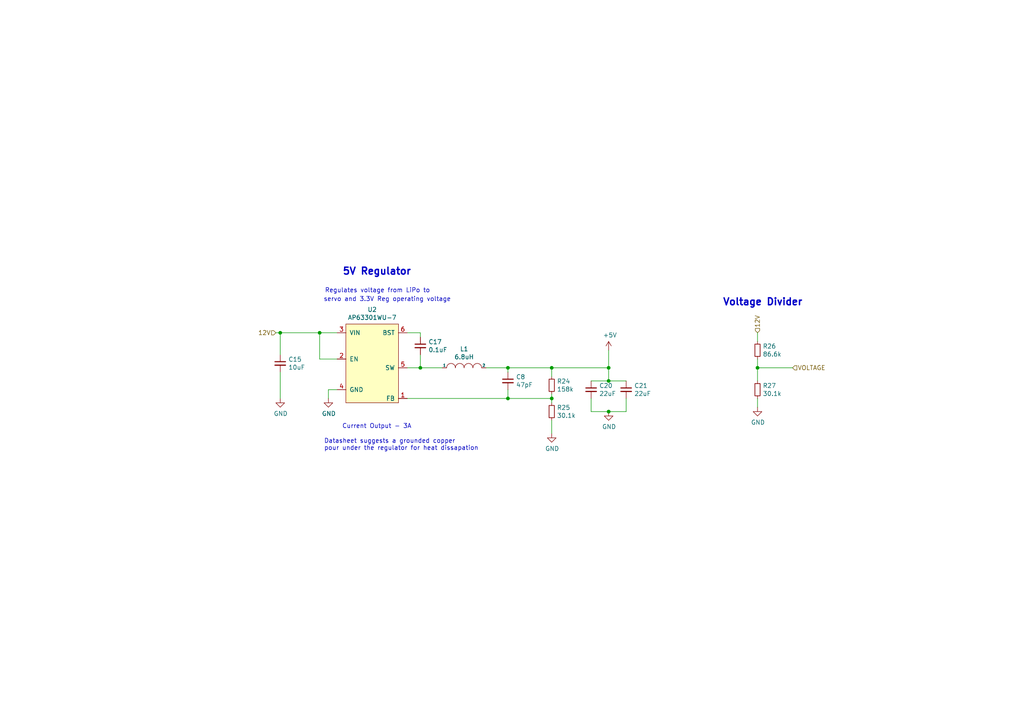
<source format=kicad_sch>
(kicad_sch (version 20230121) (generator eeschema)

  (uuid f6a5c856-f2b5-40eb-a958-b666a0d408a0)

  (paper "A4")

  (title_block
    (title "5V and 3.3V Regulator")
    (date "2021-10-11")
    (rev "1")
    (comment 4 "Stepdown Regulators")
  )

  (lib_symbols
    (symbol "AP63301WU-7:AP63301WU-7" (pin_names (offset 1.016)) (in_bom yes) (on_board yes)
      (property "Reference" "U" (at 0 11.43 0)
        (effects (font (size 1.27 1.27)))
      )
      (property "Value" "AP63301WU-7_AP63301WU-7" (at 0 13.97 0)
        (effects (font (size 1.27 1.27)))
      )
      (property "Footprint" "" (at 0 11.43 0)
        (effects (font (size 1.27 1.27)) hide)
      )
      (property "Datasheet" "" (at 0 11.43 0)
        (effects (font (size 1.27 1.27)) hide)
      )
      (symbol "AP63301WU-7_0_1"
        (rectangle (start -7.62 10.16) (end 7.62 -12.7)
          (stroke (width 0) (type default))
          (fill (type background))
        )
      )
      (symbol "AP63301WU-7_1_1"
        (pin power_in line (at 10.16 -11.43 180) (length 2.54)
          (name "FB" (effects (font (size 1.27 1.27))))
          (number "1" (effects (font (size 1.27 1.27))))
        )
        (pin power_in line (at -10.16 0 0) (length 2.54)
          (name "EN" (effects (font (size 1.27 1.27))))
          (number "2" (effects (font (size 1.27 1.27))))
        )
        (pin power_in line (at -10.16 7.62 0) (length 2.54)
          (name "VIN" (effects (font (size 1.27 1.27))))
          (number "3" (effects (font (size 1.27 1.27))))
        )
        (pin power_in line (at -10.16 -8.89 0) (length 2.54)
          (name "GND" (effects (font (size 1.27 1.27))))
          (number "4" (effects (font (size 1.27 1.27))))
        )
        (pin power_out line (at 10.16 -2.54 180) (length 2.54)
          (name "SW" (effects (font (size 1.27 1.27))))
          (number "5" (effects (font (size 1.27 1.27))))
        )
        (pin power_in line (at 10.16 7.62 180) (length 2.54)
          (name "BST" (effects (font (size 1.27 1.27))))
          (number "6" (effects (font (size 1.27 1.27))))
        )
      )
    )
    (symbol "Device:C_Small" (pin_numbers hide) (pin_names (offset 0.254) hide) (in_bom yes) (on_board yes)
      (property "Reference" "C" (at 0.254 1.778 0)
        (effects (font (size 1.27 1.27)) (justify left))
      )
      (property "Value" "C_Small" (at 0.254 -2.032 0)
        (effects (font (size 1.27 1.27)) (justify left))
      )
      (property "Footprint" "" (at 0 0 0)
        (effects (font (size 1.27 1.27)) hide)
      )
      (property "Datasheet" "~" (at 0 0 0)
        (effects (font (size 1.27 1.27)) hide)
      )
      (property "ki_keywords" "capacitor cap" (at 0 0 0)
        (effects (font (size 1.27 1.27)) hide)
      )
      (property "ki_description" "Unpolarized capacitor, small symbol" (at 0 0 0)
        (effects (font (size 1.27 1.27)) hide)
      )
      (property "ki_fp_filters" "C_*" (at 0 0 0)
        (effects (font (size 1.27 1.27)) hide)
      )
      (symbol "C_Small_0_1"
        (polyline
          (pts
            (xy -1.524 -0.508)
            (xy 1.524 -0.508)
          )
          (stroke (width 0.3302) (type default))
          (fill (type none))
        )
        (polyline
          (pts
            (xy -1.524 0.508)
            (xy 1.524 0.508)
          )
          (stroke (width 0.3048) (type default))
          (fill (type none))
        )
      )
      (symbol "C_Small_1_1"
        (pin passive line (at 0 2.54 270) (length 2.032)
          (name "~" (effects (font (size 1.27 1.27))))
          (number "1" (effects (font (size 1.27 1.27))))
        )
        (pin passive line (at 0 -2.54 90) (length 2.032)
          (name "~" (effects (font (size 1.27 1.27))))
          (number "2" (effects (font (size 1.27 1.27))))
        )
      )
    )
    (symbol "Device:R_Small" (pin_numbers hide) (pin_names (offset 0.254) hide) (in_bom yes) (on_board yes)
      (property "Reference" "R" (at 0.762 0.508 0)
        (effects (font (size 1.27 1.27)) (justify left))
      )
      (property "Value" "R_Small" (at 0.762 -1.016 0)
        (effects (font (size 1.27 1.27)) (justify left))
      )
      (property "Footprint" "" (at 0 0 0)
        (effects (font (size 1.27 1.27)) hide)
      )
      (property "Datasheet" "~" (at 0 0 0)
        (effects (font (size 1.27 1.27)) hide)
      )
      (property "ki_keywords" "R resistor" (at 0 0 0)
        (effects (font (size 1.27 1.27)) hide)
      )
      (property "ki_description" "Resistor, small symbol" (at 0 0 0)
        (effects (font (size 1.27 1.27)) hide)
      )
      (property "ki_fp_filters" "R_*" (at 0 0 0)
        (effects (font (size 1.27 1.27)) hide)
      )
      (symbol "R_Small_0_1"
        (rectangle (start -0.762 1.778) (end 0.762 -1.778)
          (stroke (width 0.2032) (type default))
          (fill (type none))
        )
      )
      (symbol "R_Small_1_1"
        (pin passive line (at 0 2.54 270) (length 0.762)
          (name "~" (effects (font (size 1.27 1.27))))
          (number "1" (effects (font (size 1.27 1.27))))
        )
        (pin passive line (at 0 -2.54 90) (length 0.762)
          (name "~" (effects (font (size 1.27 1.27))))
          (number "2" (effects (font (size 1.27 1.27))))
        )
      )
    )
    (symbol "power:+5V" (power) (pin_names (offset 0)) (in_bom yes) (on_board yes)
      (property "Reference" "#PWR" (at 0 -3.81 0)
        (effects (font (size 1.27 1.27)) hide)
      )
      (property "Value" "+5V" (at 0 3.556 0)
        (effects (font (size 1.27 1.27)))
      )
      (property "Footprint" "" (at 0 0 0)
        (effects (font (size 1.27 1.27)) hide)
      )
      (property "Datasheet" "" (at 0 0 0)
        (effects (font (size 1.27 1.27)) hide)
      )
      (property "ki_keywords" "power-flag" (at 0 0 0)
        (effects (font (size 1.27 1.27)) hide)
      )
      (property "ki_description" "Power symbol creates a global label with name \"+5V\"" (at 0 0 0)
        (effects (font (size 1.27 1.27)) hide)
      )
      (symbol "+5V_0_1"
        (polyline
          (pts
            (xy -0.762 1.27)
            (xy 0 2.54)
          )
          (stroke (width 0) (type default))
          (fill (type none))
        )
        (polyline
          (pts
            (xy 0 0)
            (xy 0 2.54)
          )
          (stroke (width 0) (type default))
          (fill (type none))
        )
        (polyline
          (pts
            (xy 0 2.54)
            (xy 0.762 1.27)
          )
          (stroke (width 0) (type default))
          (fill (type none))
        )
      )
      (symbol "+5V_1_1"
        (pin power_in line (at 0 0 90) (length 0) hide
          (name "+5V" (effects (font (size 1.27 1.27))))
          (number "1" (effects (font (size 1.27 1.27))))
        )
      )
    )
    (symbol "power:GND" (power) (pin_names (offset 0)) (in_bom yes) (on_board yes)
      (property "Reference" "#PWR" (at 0 -6.35 0)
        (effects (font (size 1.27 1.27)) hide)
      )
      (property "Value" "GND" (at 0 -3.81 0)
        (effects (font (size 1.27 1.27)))
      )
      (property "Footprint" "" (at 0 0 0)
        (effects (font (size 1.27 1.27)) hide)
      )
      (property "Datasheet" "" (at 0 0 0)
        (effects (font (size 1.27 1.27)) hide)
      )
      (property "ki_keywords" "power-flag" (at 0 0 0)
        (effects (font (size 1.27 1.27)) hide)
      )
      (property "ki_description" "Power symbol creates a global label with name \"GND\" , ground" (at 0 0 0)
        (effects (font (size 1.27 1.27)) hide)
      )
      (symbol "GND_0_1"
        (polyline
          (pts
            (xy 0 0)
            (xy 0 -1.27)
            (xy 1.27 -1.27)
            (xy 0 -2.54)
            (xy -1.27 -1.27)
            (xy 0 -1.27)
          )
          (stroke (width 0) (type default))
          (fill (type none))
        )
      )
      (symbol "GND_1_1"
        (pin power_in line (at 0 0 270) (length 0) hide
          (name "GND" (effects (font (size 1.27 1.27))))
          (number "1" (effects (font (size 1.27 1.27))))
        )
      )
    )
    (symbol "pspice:INDUCTOR" (pin_numbers hide) (pin_names (offset 0)) (in_bom yes) (on_board yes)
      (property "Reference" "L" (at 0 2.54 0)
        (effects (font (size 1.27 1.27)))
      )
      (property "Value" "INDUCTOR" (at 0 -1.27 0)
        (effects (font (size 1.27 1.27)))
      )
      (property "Footprint" "" (at 0 0 0)
        (effects (font (size 1.27 1.27)) hide)
      )
      (property "Datasheet" "~" (at 0 0 0)
        (effects (font (size 1.27 1.27)) hide)
      )
      (property "ki_keywords" "simulation" (at 0 0 0)
        (effects (font (size 1.27 1.27)) hide)
      )
      (property "ki_description" "Inductor symbol for simulation only" (at 0 0 0)
        (effects (font (size 1.27 1.27)) hide)
      )
      (symbol "INDUCTOR_0_1"
        (arc (start -2.54 0) (mid -3.81 1.2645) (end -5.08 0)
          (stroke (width 0) (type default))
          (fill (type none))
        )
        (arc (start 0 0) (mid -1.27 1.2645) (end -2.54 0)
          (stroke (width 0) (type default))
          (fill (type none))
        )
        (arc (start 2.54 0) (mid 1.27 1.2645) (end 0 0)
          (stroke (width 0) (type default))
          (fill (type none))
        )
        (arc (start 5.08 0) (mid 3.81 1.2645) (end 2.54 0)
          (stroke (width 0) (type default))
          (fill (type none))
        )
      )
      (symbol "INDUCTOR_1_1"
        (pin input line (at -6.35 0 0) (length 1.27)
          (name "1" (effects (font (size 0.762 0.762))))
          (number "1" (effects (font (size 0.762 0.762))))
        )
        (pin input line (at 6.35 0 180) (length 1.27)
          (name "2" (effects (font (size 0.762 0.762))))
          (number "2" (effects (font (size 0.762 0.762))))
        )
      )
    )
  )

  (junction (at 147.32 106.68) (diameter 0) (color 0 0 0 0)
    (uuid 0b110cbc-e477-4bdc-9c81-26a3d588d354)
  )
  (junction (at 81.28 96.52) (diameter 0) (color 0 0 0 0)
    (uuid 3fa05934-8ad1-40a9-af5c-98ad298eb412)
  )
  (junction (at 176.53 106.68) (diameter 0) (color 0 0 0 0)
    (uuid 44b926bf-8bdd-4191-846d-2dfabab2cecb)
  )
  (junction (at 176.53 119.38) (diameter 0) (color 0 0 0 0)
    (uuid 58cc7831-f944-4d33-8c61-2fd5bebc61e0)
  )
  (junction (at 160.02 106.68) (diameter 0) (color 0 0 0 0)
    (uuid 645bdbdc-8f65-42ef-a021-2d3e7d74a739)
  )
  (junction (at 160.02 115.57) (diameter 0) (color 0 0 0 0)
    (uuid 74855e0d-40e4-4940-a544-edae9207b2ea)
  )
  (junction (at 219.71 106.68) (diameter 0) (color 0 0 0 0)
    (uuid 7f064424-06a6-4f5b-87d6-1970ae527766)
  )
  (junction (at 121.92 106.68) (diameter 0) (color 0 0 0 0)
    (uuid 8e697b96-cf4c-43ef-b321-8c2422b088bf)
  )
  (junction (at 147.32 115.57) (diameter 0) (color 0 0 0 0)
    (uuid aae6bc05-6036-4fc6-8be7-c70daf5c8932)
  )
  (junction (at 92.71 96.52) (diameter 0) (color 0 0 0 0)
    (uuid c20aea50-e9e4-4978-b938-d613d445aab7)
  )
  (junction (at 176.53 110.49) (diameter 0) (color 0 0 0 0)
    (uuid f6a3288e-9575-42bb-af05-a920d59aded8)
  )

  (wire (pts (xy 147.32 106.68) (xy 160.02 106.68))
    (stroke (width 0) (type default))
    (uuid 044de712-d3da-40ed-9c9f-d91ef285c74c)
  )
  (wire (pts (xy 95.25 113.03) (xy 95.25 115.57))
    (stroke (width 0) (type default))
    (uuid 09bbea88-8bd7-48ec-baae-1b4a9a11a40e)
  )
  (wire (pts (xy 121.92 106.68) (xy 128.27 106.68))
    (stroke (width 0) (type default))
    (uuid 165f4d8d-26a9-4cf2-a8d6-9936cd983be4)
  )
  (wire (pts (xy 121.92 102.87) (xy 121.92 106.68))
    (stroke (width 0) (type default))
    (uuid 178ae27e-edb9-4ffb-bd13-c0a6dd659606)
  )
  (wire (pts (xy 147.32 115.57) (xy 160.02 115.57))
    (stroke (width 0) (type default))
    (uuid 234e1024-0b7f-410c-90bb-bae43af1eb25)
  )
  (wire (pts (xy 121.92 96.52) (xy 121.92 97.79))
    (stroke (width 0) (type default))
    (uuid 2ee28fa9-d785-45a1-9a1b-1be02ad8cd0b)
  )
  (wire (pts (xy 219.71 106.68) (xy 219.71 110.49))
    (stroke (width 0) (type default))
    (uuid 3e87b259-dfc1-4885-8dcf-7e7ae39674ed)
  )
  (wire (pts (xy 92.71 104.14) (xy 92.71 96.52))
    (stroke (width 0) (type default))
    (uuid 49488c82-6277-4d05-a051-6a9df142c373)
  )
  (wire (pts (xy 97.79 113.03) (xy 95.25 113.03))
    (stroke (width 0) (type default))
    (uuid 56d2bc5d-fd72-4542-ab0f-053a5fd60efa)
  )
  (wire (pts (xy 176.53 101.6) (xy 176.53 106.68))
    (stroke (width 0) (type default))
    (uuid 58126faf-01a4-4f91-8e8c-ca9e47b48048)
  )
  (wire (pts (xy 176.53 106.68) (xy 176.53 110.49))
    (stroke (width 0) (type default))
    (uuid 59f60168-cced-43c9-aaa5-41a1a8a2f631)
  )
  (wire (pts (xy 81.28 96.52) (xy 92.71 96.52))
    (stroke (width 0) (type default))
    (uuid 5eb16f0d-ef1e-4549-97a1-19cd06ad7236)
  )
  (wire (pts (xy 147.32 107.95) (xy 147.32 106.68))
    (stroke (width 0) (type default))
    (uuid 6762c669-2824-49a2-8bd4-3f19091dd75a)
  )
  (wire (pts (xy 171.45 119.38) (xy 176.53 119.38))
    (stroke (width 0) (type default))
    (uuid 6ae963fb-e34f-4e11-9adf-78839a5b2ef1)
  )
  (wire (pts (xy 147.32 113.03) (xy 147.32 115.57))
    (stroke (width 0) (type default))
    (uuid 83e349fb-6338-43f9-ad3f-2e7f4b8bb4a9)
  )
  (wire (pts (xy 171.45 115.57) (xy 171.45 119.38))
    (stroke (width 0) (type default))
    (uuid 87ba184f-bff5-4989-8217-6af375cc3dd8)
  )
  (wire (pts (xy 219.71 118.11) (xy 219.71 115.57))
    (stroke (width 0) (type default))
    (uuid 8b3ba7fc-20b6-43c4-a020-80151e1caecc)
  )
  (wire (pts (xy 160.02 114.3) (xy 160.02 115.57))
    (stroke (width 0) (type default))
    (uuid 92a23ed4-a5ea-4cea-bc33-0a83191a0d32)
  )
  (wire (pts (xy 81.28 107.95) (xy 81.28 115.57))
    (stroke (width 0) (type default))
    (uuid 9cacb6ad-6bbf-4ffe-b0a4-2df24045e046)
  )
  (wire (pts (xy 171.45 110.49) (xy 176.53 110.49))
    (stroke (width 0) (type default))
    (uuid 9de304ba-fba7-4896-b969-9d87a3522d74)
  )
  (wire (pts (xy 118.11 115.57) (xy 147.32 115.57))
    (stroke (width 0) (type default))
    (uuid 9e2492fd-e074-42db-8129-fe39460dc1e0)
  )
  (wire (pts (xy 160.02 121.92) (xy 160.02 125.73))
    (stroke (width 0) (type default))
    (uuid 9fdca5c2-1fbd-4774-a9c3-8795a40c206d)
  )
  (wire (pts (xy 118.11 106.68) (xy 121.92 106.68))
    (stroke (width 0) (type default))
    (uuid a0d52767-051a-423c-a600-928281f27952)
  )
  (wire (pts (xy 219.71 106.68) (xy 229.87 106.68))
    (stroke (width 0) (type default))
    (uuid a2a0f5cc-b5aa-4e3e-8d85-23bdc2f59aec)
  )
  (wire (pts (xy 140.97 106.68) (xy 147.32 106.68))
    (stroke (width 0) (type default))
    (uuid a48f5fff-52e4-4ae8-8faa-7084c7ae8a28)
  )
  (wire (pts (xy 219.71 99.06) (xy 219.71 96.52))
    (stroke (width 0) (type default))
    (uuid ae8bb5ae-95ee-4e2d-8a0c-ae5b6149b4e3)
  )
  (wire (pts (xy 160.02 106.68) (xy 176.53 106.68))
    (stroke (width 0) (type default))
    (uuid b1ba92d5-0d41-4be9-b483-47d08dc1785d)
  )
  (wire (pts (xy 81.28 96.52) (xy 81.28 102.87))
    (stroke (width 0) (type default))
    (uuid b7b00984-6ab1-482e-b4b4-67cac44d44da)
  )
  (wire (pts (xy 97.79 104.14) (xy 92.71 104.14))
    (stroke (width 0) (type default))
    (uuid be5a7017-fe9d-43ea-9a6a-8fe8deb78420)
  )
  (wire (pts (xy 80.01 96.52) (xy 81.28 96.52))
    (stroke (width 0) (type default))
    (uuid c3a69550-c4fa-45d1-9aba-0bba47699cca)
  )
  (wire (pts (xy 181.61 115.57) (xy 181.61 119.38))
    (stroke (width 0) (type default))
    (uuid d45d1afe-78e6-4045-862c-b274469da903)
  )
  (wire (pts (xy 160.02 115.57) (xy 160.02 116.84))
    (stroke (width 0) (type default))
    (uuid d68dca9b-48b3-498b-9b5f-3b3838250f82)
  )
  (wire (pts (xy 92.71 96.52) (xy 97.79 96.52))
    (stroke (width 0) (type default))
    (uuid e0d7c1d9-102e-4758-a8b7-ff248f1ce315)
  )
  (wire (pts (xy 176.53 110.49) (xy 181.61 110.49))
    (stroke (width 0) (type default))
    (uuid ef94502b-f22d-4da7-a17f-4100090b03a1)
  )
  (wire (pts (xy 181.61 119.38) (xy 176.53 119.38))
    (stroke (width 0) (type default))
    (uuid f203116d-f256-4611-a03e-9536bbedaf2f)
  )
  (wire (pts (xy 160.02 109.22) (xy 160.02 106.68))
    (stroke (width 0) (type default))
    (uuid f503ea07-bcf1-4924-930a-6f7e9cd312f8)
  )
  (wire (pts (xy 219.71 104.14) (xy 219.71 106.68))
    (stroke (width 0) (type default))
    (uuid fb0b1440-18be-4b5f-b469-b4cfaf66fc53)
  )
  (wire (pts (xy 118.11 96.52) (xy 121.92 96.52))
    (stroke (width 0) (type default))
    (uuid fb0bf2a0-d317-42f7-b022-b5e05481f6be)
  )

  (text "Regulates voltage from LiPo to \n" (at 125.73 85.09 0)
    (effects (font (size 1.27 1.27)) (justify right bottom))
    (uuid 082aed28-f9e8-49e7-96ee-b5aa9f0319c7)
  )
  (text "5V Regulator" (at 119.38 80.01 0)
    (effects (font (size 2.0066 2.0066) (thickness 0.4013) bold) (justify right bottom))
    (uuid 10b20c6b-8045-46d1-a965-0d7dd9a1b5fa)
  )
  (text "Datasheet suggests a grounded copper \npour under the regulator for heat dissapation\n"
    (at 93.98 130.81 0)
    (effects (font (size 1.27 1.27)) (justify left bottom))
    (uuid 2028d85e-9e27-4758-8c0b-559fad072813)
  )
  (text "Voltage Divider" (at 209.55 88.9 0)
    (effects (font (size 2.0066 2.0066) (thickness 0.4013) bold) (justify left bottom))
    (uuid ba116096-3ccc-4cc8-a185-5325439e4e24)
  )
  (text "Current Output - 3A\n" (at 119.38 124.46 0)
    (effects (font (size 1.27 1.27)) (justify right bottom))
    (uuid f67bbef3-6f59-49ba-8890-d1f9dc9f9ad6)
  )
  (text "servo and 3.3V Reg operating voltage" (at 130.81 87.63 0)
    (effects (font (size 1.27 1.27)) (justify right bottom))
    (uuid fe6d9604-2924-4f38-950b-a31e8a281973)
  )

  (hierarchical_label "12V" (shape input) (at 80.01 96.52 180) (fields_autoplaced)
    (effects (font (size 1.27 1.27)) (justify right))
    (uuid 2b25e886-ded1-450a-ada1-ece4208052e4)
  )
  (hierarchical_label "VOLTAGE" (shape input) (at 229.87 106.68 0) (fields_autoplaced)
    (effects (font (size 1.27 1.27)) (justify left))
    (uuid b7c09c15-282b-4731-8942-008851172201)
  )
  (hierarchical_label "12V" (shape input) (at 219.71 96.52 90) (fields_autoplaced)
    (effects (font (size 1.27 1.27)) (justify left))
    (uuid dec284d9-246c-4619-8dcc-8f4886f9349e)
  )

  (symbol (lib_id "power:GND") (at 95.25 115.57 0) (unit 1)
    (in_bom yes) (on_board yes) (dnp no)
    (uuid 00000000-0000-0000-0000-000060f80b8f)
    (property "Reference" "#PWR061" (at 95.25 121.92 0)
      (effects (font (size 1.27 1.27)) hide)
    )
    (property "Value" "GND" (at 95.377 119.9642 0)
      (effects (font (size 1.27 1.27)))
    )
    (property "Footprint" "" (at 95.25 115.57 0)
      (effects (font (size 1.27 1.27)) hide)
    )
    (property "Datasheet" "" (at 95.25 115.57 0)
      (effects (font (size 1.27 1.27)) hide)
    )
    (pin "1" (uuid 26e06b53-e1e0-417d-9ad2-46495e545be2))
    (instances
      (project "Flight_Computer"
        (path "/ee41cb8e-512d-41d2-81e1-3c50fff32aeb/00000000-0000-0000-0000-000060f7bb6b"
          (reference "#PWR061") (unit 1)
        )
      )
    )
  )

  (symbol (lib_id "pspice:INDUCTOR") (at 134.62 106.68 0) (unit 1)
    (in_bom yes) (on_board yes) (dnp no)
    (uuid 00000000-0000-0000-0000-000060f81254)
    (property "Reference" "L1" (at 134.62 101.219 0)
      (effects (font (size 1.27 1.27)))
    )
    (property "Value" "6.8uH" (at 134.62 103.5304 0)
      (effects (font (size 1.27 1.27)))
    )
    (property "Footprint" "FC_Parts:SRP7028A-6R8M" (at 134.62 106.68 0)
      (effects (font (size 1.27 1.27)) hide)
    )
    (property "Datasheet" "~" (at 134.62 106.68 0)
      (effects (font (size 1.27 1.27)) hide)
    )
    (pin "1" (uuid 0b8a78ab-3e05-4b03-9d3f-65c3ad267afb))
    (pin "2" (uuid 90cbaa9a-3385-4bc6-b0bc-f0dcb34b580e))
    (instances
      (project "Flight_Computer"
        (path "/ee41cb8e-512d-41d2-81e1-3c50fff32aeb/00000000-0000-0000-0000-000060f7bb6b"
          (reference "L1") (unit 1)
        )
      )
    )
  )

  (symbol (lib_id "Device:C_Small") (at 121.92 100.33 0) (unit 1)
    (in_bom yes) (on_board yes) (dnp no)
    (uuid 00000000-0000-0000-0000-000060f81e60)
    (property "Reference" "C17" (at 124.2568 99.1616 0)
      (effects (font (size 1.27 1.27)) (justify left))
    )
    (property "Value" "0.1uF" (at 124.2568 101.473 0)
      (effects (font (size 1.27 1.27)) (justify left))
    )
    (property "Footprint" "Capacitor_SMD:C_0805_2012Metric" (at 121.92 100.33 0)
      (effects (font (size 1.27 1.27)) hide)
    )
    (property "Datasheet" "~" (at 121.92 100.33 0)
      (effects (font (size 1.27 1.27)) hide)
    )
    (pin "1" (uuid 566f4c9e-f4a5-4ad4-804f-ffe6757a4a7e))
    (pin "2" (uuid 974f6b12-30dc-4ff2-ab95-137e086cf5c5))
    (instances
      (project "Flight_Computer"
        (path "/ee41cb8e-512d-41d2-81e1-3c50fff32aeb/00000000-0000-0000-0000-000060f7bb6b"
          (reference "C17") (unit 1)
        )
      )
    )
  )

  (symbol (lib_id "Device:C_Small") (at 81.28 105.41 0) (unit 1)
    (in_bom yes) (on_board yes) (dnp no)
    (uuid 00000000-0000-0000-0000-000060f84000)
    (property "Reference" "C15" (at 83.6168 104.2416 0)
      (effects (font (size 1.27 1.27)) (justify left))
    )
    (property "Value" "10uF" (at 83.6168 106.553 0)
      (effects (font (size 1.27 1.27)) (justify left))
    )
    (property "Footprint" "Capacitor_SMD:C_0805_2012Metric" (at 81.28 105.41 0)
      (effects (font (size 1.27 1.27)) hide)
    )
    (property "Datasheet" "~" (at 81.28 105.41 0)
      (effects (font (size 1.27 1.27)) hide)
    )
    (pin "1" (uuid c934f455-b209-4e20-9b74-d58fbea7cb80))
    (pin "2" (uuid a3e4e30c-206c-441f-ab18-6136621c1881))
    (instances
      (project "Flight_Computer"
        (path "/ee41cb8e-512d-41d2-81e1-3c50fff32aeb/00000000-0000-0000-0000-000060f7bb6b"
          (reference "C15") (unit 1)
        )
      )
    )
  )

  (symbol (lib_id "power:GND") (at 81.28 115.57 0) (unit 1)
    (in_bom yes) (on_board yes) (dnp no)
    (uuid 00000000-0000-0000-0000-000060f8490b)
    (property "Reference" "#PWR058" (at 81.28 121.92 0)
      (effects (font (size 1.27 1.27)) hide)
    )
    (property "Value" "GND" (at 81.407 119.9642 0)
      (effects (font (size 1.27 1.27)))
    )
    (property "Footprint" "" (at 81.28 115.57 0)
      (effects (font (size 1.27 1.27)) hide)
    )
    (property "Datasheet" "" (at 81.28 115.57 0)
      (effects (font (size 1.27 1.27)) hide)
    )
    (pin "1" (uuid 8d1fa4de-2b6f-41c8-b466-7a5dba8c5a02))
    (instances
      (project "Flight_Computer"
        (path "/ee41cb8e-512d-41d2-81e1-3c50fff32aeb/00000000-0000-0000-0000-000060f7bb6b"
          (reference "#PWR058") (unit 1)
        )
      )
    )
  )

  (symbol (lib_id "Device:R_Small") (at 160.02 111.76 0) (unit 1)
    (in_bom yes) (on_board yes) (dnp no)
    (uuid 00000000-0000-0000-0000-000060f85cb3)
    (property "Reference" "R24" (at 161.5186 110.5916 0)
      (effects (font (size 1.27 1.27)) (justify left))
    )
    (property "Value" "158k" (at 161.5186 112.903 0)
      (effects (font (size 1.27 1.27)) (justify left))
    )
    (property "Footprint" "Resistor_SMD:R_0805_2012Metric" (at 160.02 111.76 0)
      (effects (font (size 1.27 1.27)) hide)
    )
    (property "Datasheet" "~" (at 160.02 111.76 0)
      (effects (font (size 1.27 1.27)) hide)
    )
    (pin "1" (uuid 87850935-a228-4104-bc0d-3e759f10b37d))
    (pin "2" (uuid 8aff782b-3be5-4c78-a9fd-2ede0c2720d7))
    (instances
      (project "Flight_Computer"
        (path "/ee41cb8e-512d-41d2-81e1-3c50fff32aeb/00000000-0000-0000-0000-000060f7bb6b"
          (reference "R24") (unit 1)
        )
      )
    )
  )

  (symbol (lib_id "Device:R_Small") (at 160.02 119.38 0) (unit 1)
    (in_bom yes) (on_board yes) (dnp no)
    (uuid 00000000-0000-0000-0000-000060f863e4)
    (property "Reference" "R25" (at 161.5186 118.2116 0)
      (effects (font (size 1.27 1.27)) (justify left))
    )
    (property "Value" "30.1k" (at 161.5186 120.523 0)
      (effects (font (size 1.27 1.27)) (justify left))
    )
    (property "Footprint" "Resistor_SMD:R_0805_2012Metric" (at 160.02 119.38 0)
      (effects (font (size 1.27 1.27)) hide)
    )
    (property "Datasheet" "~" (at 160.02 119.38 0)
      (effects (font (size 1.27 1.27)) hide)
    )
    (pin "1" (uuid a1b5d1e1-d2c9-4518-a7b9-f8cd2335caac))
    (pin "2" (uuid 90883fea-fa58-4c9a-97ea-cb96f9d4dcf7))
    (instances
      (project "Flight_Computer"
        (path "/ee41cb8e-512d-41d2-81e1-3c50fff32aeb/00000000-0000-0000-0000-000060f7bb6b"
          (reference "R25") (unit 1)
        )
      )
    )
  )

  (symbol (lib_id "power:GND") (at 160.02 125.73 0) (unit 1)
    (in_bom yes) (on_board yes) (dnp no)
    (uuid 00000000-0000-0000-0000-000060f8a30e)
    (property "Reference" "#PWR064" (at 160.02 132.08 0)
      (effects (font (size 1.27 1.27)) hide)
    )
    (property "Value" "GND" (at 160.147 130.1242 0)
      (effects (font (size 1.27 1.27)))
    )
    (property "Footprint" "" (at 160.02 125.73 0)
      (effects (font (size 1.27 1.27)) hide)
    )
    (property "Datasheet" "" (at 160.02 125.73 0)
      (effects (font (size 1.27 1.27)) hide)
    )
    (pin "1" (uuid 0f250504-dccb-4f42-ae7d-6a82b0ad8836))
    (instances
      (project "Flight_Computer"
        (path "/ee41cb8e-512d-41d2-81e1-3c50fff32aeb/00000000-0000-0000-0000-000060f7bb6b"
          (reference "#PWR064") (unit 1)
        )
      )
    )
  )

  (symbol (lib_id "Device:C_Small") (at 171.45 113.03 0) (unit 1)
    (in_bom yes) (on_board yes) (dnp no)
    (uuid 00000000-0000-0000-0000-000060f8ac99)
    (property "Reference" "C20" (at 173.7868 111.8616 0)
      (effects (font (size 1.27 1.27)) (justify left))
    )
    (property "Value" "22uF" (at 173.7868 114.173 0)
      (effects (font (size 1.27 1.27)) (justify left))
    )
    (property "Footprint" "Capacitor_SMD:C_1206_3216Metric" (at 171.45 113.03 0)
      (effects (font (size 1.27 1.27)) hide)
    )
    (property "Datasheet" "~" (at 171.45 113.03 0)
      (effects (font (size 1.27 1.27)) hide)
    )
    (pin "1" (uuid 67cf024a-7b43-42bf-91d2-e89f93f0a6ec))
    (pin "2" (uuid 1c05bd26-ff0c-47de-8990-68f22c08c1b0))
    (instances
      (project "Flight_Computer"
        (path "/ee41cb8e-512d-41d2-81e1-3c50fff32aeb/00000000-0000-0000-0000-000060f7bb6b"
          (reference "C20") (unit 1)
        )
      )
    )
  )

  (symbol (lib_id "Device:C_Small") (at 181.61 113.03 0) (unit 1)
    (in_bom yes) (on_board yes) (dnp no)
    (uuid 00000000-0000-0000-0000-000060f8b0e2)
    (property "Reference" "C21" (at 183.9468 111.8616 0)
      (effects (font (size 1.27 1.27)) (justify left))
    )
    (property "Value" "22uF" (at 183.9468 114.173 0)
      (effects (font (size 1.27 1.27)) (justify left))
    )
    (property "Footprint" "Capacitor_SMD:C_1206_3216Metric" (at 181.61 113.03 0)
      (effects (font (size 1.27 1.27)) hide)
    )
    (property "Datasheet" "~" (at 181.61 113.03 0)
      (effects (font (size 1.27 1.27)) hide)
    )
    (pin "1" (uuid ff57a491-485b-4862-8bf1-76dfe201cc07))
    (pin "2" (uuid f32fa9b2-cb54-4e78-b698-09d2f8ad041d))
    (instances
      (project "Flight_Computer"
        (path "/ee41cb8e-512d-41d2-81e1-3c50fff32aeb/00000000-0000-0000-0000-000060f7bb6b"
          (reference "C21") (unit 1)
        )
      )
    )
  )

  (symbol (lib_id "power:GND") (at 176.53 119.38 0) (unit 1)
    (in_bom yes) (on_board yes) (dnp no)
    (uuid 00000000-0000-0000-0000-000060f8ed18)
    (property "Reference" "#PWR066" (at 176.53 125.73 0)
      (effects (font (size 1.27 1.27)) hide)
    )
    (property "Value" "GND" (at 176.657 123.7742 0)
      (effects (font (size 1.27 1.27)))
    )
    (property "Footprint" "" (at 176.53 119.38 0)
      (effects (font (size 1.27 1.27)) hide)
    )
    (property "Datasheet" "" (at 176.53 119.38 0)
      (effects (font (size 1.27 1.27)) hide)
    )
    (pin "1" (uuid 3c13f948-c4d9-475e-a170-280cc600b647))
    (instances
      (project "Flight_Computer"
        (path "/ee41cb8e-512d-41d2-81e1-3c50fff32aeb/00000000-0000-0000-0000-000060f7bb6b"
          (reference "#PWR066") (unit 1)
        )
      )
    )
  )

  (symbol (lib_id "Device:R_Small") (at 219.71 101.6 0) (unit 1)
    (in_bom yes) (on_board yes) (dnp no)
    (uuid 00000000-0000-0000-0000-000060fbd57d)
    (property "Reference" "R26" (at 221.2086 100.4316 0)
      (effects (font (size 1.27 1.27)) (justify left))
    )
    (property "Value" "86.6k" (at 221.2086 102.743 0)
      (effects (font (size 1.27 1.27)) (justify left))
    )
    (property "Footprint" "Resistor_SMD:R_0805_2012Metric" (at 219.71 101.6 0)
      (effects (font (size 1.27 1.27)) hide)
    )
    (property "Datasheet" "~" (at 219.71 101.6 0)
      (effects (font (size 1.27 1.27)) hide)
    )
    (pin "1" (uuid 46319311-612b-4896-bb4e-ab08803d57b5))
    (pin "2" (uuid 6f1f8608-d16c-47e7-b711-9a9823962396))
    (instances
      (project "Flight_Computer"
        (path "/ee41cb8e-512d-41d2-81e1-3c50fff32aeb/00000000-0000-0000-0000-000060f7bb6b"
          (reference "R26") (unit 1)
        )
      )
    )
  )

  (symbol (lib_id "Device:R_Small") (at 219.71 113.03 0) (unit 1)
    (in_bom yes) (on_board yes) (dnp no)
    (uuid 00000000-0000-0000-0000-000060fbd953)
    (property "Reference" "R27" (at 221.2086 111.8616 0)
      (effects (font (size 1.27 1.27)) (justify left))
    )
    (property "Value" "30.1k" (at 221.2086 114.173 0)
      (effects (font (size 1.27 1.27)) (justify left))
    )
    (property "Footprint" "Resistor_SMD:R_0805_2012Metric" (at 219.71 113.03 0)
      (effects (font (size 1.27 1.27)) hide)
    )
    (property "Datasheet" "~" (at 219.71 113.03 0)
      (effects (font (size 1.27 1.27)) hide)
    )
    (pin "1" (uuid b0cd315c-c78d-44dc-b672-a18dfb5cc2d0))
    (pin "2" (uuid 2c7f6913-63cb-4090-9bcb-2d3e3a396216))
    (instances
      (project "Flight_Computer"
        (path "/ee41cb8e-512d-41d2-81e1-3c50fff32aeb/00000000-0000-0000-0000-000060f7bb6b"
          (reference "R27") (unit 1)
        )
      )
    )
  )

  (symbol (lib_id "power:GND") (at 219.71 118.11 0) (unit 1)
    (in_bom yes) (on_board yes) (dnp no)
    (uuid 00000000-0000-0000-0000-000060fbe2a4)
    (property "Reference" "#PWR067" (at 219.71 124.46 0)
      (effects (font (size 1.27 1.27)) hide)
    )
    (property "Value" "GND" (at 219.837 122.5042 0)
      (effects (font (size 1.27 1.27)))
    )
    (property "Footprint" "" (at 219.71 118.11 0)
      (effects (font (size 1.27 1.27)) hide)
    )
    (property "Datasheet" "" (at 219.71 118.11 0)
      (effects (font (size 1.27 1.27)) hide)
    )
    (pin "1" (uuid 44192ca1-7822-46ce-a636-2ed73024248b))
    (instances
      (project "Flight_Computer"
        (path "/ee41cb8e-512d-41d2-81e1-3c50fff32aeb/00000000-0000-0000-0000-000060f7bb6b"
          (reference "#PWR067") (unit 1)
        )
      )
    )
  )

  (symbol (lib_id "power:+5V") (at 176.53 101.6 0) (unit 1)
    (in_bom yes) (on_board yes) (dnp no)
    (uuid 00000000-0000-0000-0000-00006121f7dc)
    (property "Reference" "#PWR021" (at 176.53 105.41 0)
      (effects (font (size 1.27 1.27)) hide)
    )
    (property "Value" "+5V" (at 176.911 97.2058 0)
      (effects (font (size 1.27 1.27)))
    )
    (property "Footprint" "" (at 176.53 101.6 0)
      (effects (font (size 1.27 1.27)) hide)
    )
    (property "Datasheet" "" (at 176.53 101.6 0)
      (effects (font (size 1.27 1.27)) hide)
    )
    (pin "1" (uuid cdc0eaab-af73-4641-933c-60f904ec6bc0))
    (instances
      (project "Flight_Computer"
        (path "/ee41cb8e-512d-41d2-81e1-3c50fff32aeb/00000000-0000-0000-0000-000060f7bb6b"
          (reference "#PWR021") (unit 1)
        )
      )
    )
  )

  (symbol (lib_id "Device:C_Small") (at 147.32 110.49 0) (unit 1)
    (in_bom yes) (on_board yes) (dnp no)
    (uuid 00000000-0000-0000-0000-0000616fd7a0)
    (property "Reference" "C8" (at 149.6568 109.3216 0)
      (effects (font (size 1.27 1.27)) (justify left))
    )
    (property "Value" "47pF" (at 149.6568 111.633 0)
      (effects (font (size 1.27 1.27)) (justify left))
    )
    (property "Footprint" "Capacitor_SMD:C_0805_2012Metric" (at 147.32 110.49 0)
      (effects (font (size 1.27 1.27)) hide)
    )
    (property "Datasheet" "~" (at 147.32 110.49 0)
      (effects (font (size 1.27 1.27)) hide)
    )
    (pin "1" (uuid c13eee10-4bba-466f-a9fe-a5907705f6d9))
    (pin "2" (uuid afe7b7b1-8bdf-4cba-aa33-dae3980ecf74))
    (instances
      (project "Flight_Computer"
        (path "/ee41cb8e-512d-41d2-81e1-3c50fff32aeb/00000000-0000-0000-0000-000060f7bb6b"
          (reference "C8") (unit 1)
        )
      )
    )
  )

  (symbol (lib_id "AP63301WU-7:AP63301WU-7") (at 107.95 104.14 0) (unit 1)
    (in_bom yes) (on_board yes) (dnp no)
    (uuid 00000000-0000-0000-0000-000061709a75)
    (property "Reference" "U2" (at 107.95 89.789 0)
      (effects (font (size 1.27 1.27)))
    )
    (property "Value" "AP63301WU-7" (at 107.95 92.1004 0)
      (effects (font (size 1.27 1.27)))
    )
    (property "Footprint" "FC_Parts:AP63301WU-7" (at 107.95 92.71 0)
      (effects (font (size 1.27 1.27)) hide)
    )
    (property "Datasheet" "" (at 107.95 92.71 0)
      (effects (font (size 1.27 1.27)) hide)
    )
    (pin "1" (uuid cec63c84-ac55-4e84-99f9-686dee18e9b3))
    (pin "2" (uuid 0eded119-8009-4729-a4f0-52acb4202868))
    (pin "3" (uuid 18f33c15-2d89-4304-9c8f-98c3582bdb83))
    (pin "4" (uuid 8dae7557-8452-4051-b181-047b82396f91))
    (pin "5" (uuid 91afc1bb-fff5-4a41-a20a-11e52b52ab07))
    (pin "6" (uuid d1f26828-6af7-4271-ad1e-eb9ab8030504))
    (instances
      (project "Flight_Computer"
        (path "/ee41cb8e-512d-41d2-81e1-3c50fff32aeb/00000000-0000-0000-0000-000060f7bb6b"
          (reference "U2") (unit 1)
        )
      )
    )
  )
)

</source>
